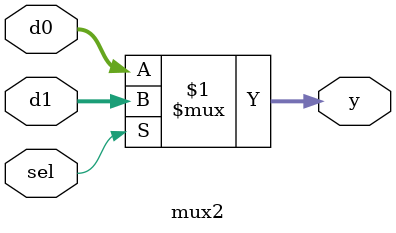
<source format=sv>
/*
 * logic_devices.sv
 * Author: David Harris
 * Updated By: Sat Garcia
 * Digital logic devices used in a 32-bit MIPS processor.
 */

/*
 * Register file module with 2 read ports and 1 write port.
 * Note that reading is asynchronous while writing is synchronous.
 * Register 0 (i.e. $zero in MIPS) is hardwired to 0 (even if you try to write
 * to it).
 */
module regfile#(parameter NUM_REG=32, WIDTH=32)
			   (input  logic        clk, 
                input  logic        we3, 
                input  logic [$clog2(NUM_REG)-1:0]  ra1, ra2, wa3, 
                input  logic [WIDTH-1:0] wd3, 
                output logic [WIDTH-1:0] rd1, rd2);

	logic [WIDTH-1:0] rf [0:NUM_REG-1];

	always_ff @(posedge clk)
	begin
		if (we3) rf[wa3] <= wd3;	
	end

	assign rd1 = (ra1 != 0) ? rf[ra1] : 0;
	assign rd2 = (ra2 != 0) ? rf[ra2] : 0;
endmodule

/*
 * Simple adder module.
 */
module adder#(parameter WIDTH=32)
			 (input  logic [WIDTH-1:0] a, b,
              output logic [WIDTH-1:0] y);

	assign y = a + b;
endmodule

/*
 * Equals module
 */
module equaler #(parameter WIDTH=32)
              (input  logic [WIDTH-1:0] a, b,
               output logic y);
  assign y = (a == b);
endmodule

/*
 * Module whose output is the result of shifting the input left by 2.
 */
module shiftleft2#(parameter WIDTH=32)
		   (input  logic [WIDTH-1:0] a,
           	output logic [WIDTH-1:0] y);

	assign y = {a[WIDTH-3:0], 2'b00};
endmodule

/*
 * Module that sign-extends a value.
 */
module signext(input  logic [15:0] a,
               output logic [31:0] y);
              
	assign y = {{16{a[15]}}, a};
endmodule

/*
 * Module for a resetable D flip-flop.
 */
module flopr #(parameter WIDTH = 8)
              (input  logic             clk, reset,
               input  logic [WIDTH-1:0] d, 
               output logic [WIDTH-1:0] q);

	always_ff @(posedge clk, posedge reset)
	begin
		if (reset) q <= 0;
		else       q <= d;
	end
endmodule

/*
 * Module for a resetable D flip-flop with an additional enable input.
 */
module flopenr #(parameter WIDTH = 8)
                (input  logic             clk, reset,
                 input  logic             en,
                 input  logic [WIDTH-1:0] d, 
                 output logic [WIDTH-1:0] q);
 
	always_ff @(posedge clk, posedge reset)
	begin
		if      (reset) q <= 0;
		else if (en)    q <= d;
	end
endmodule

/*
 * Module for a 2 input multiplexer.
 */
module mux2 #(parameter WIDTH = 8)
             (input  logic [WIDTH-1:0] d0, d1, 
              input  logic             sel, 
              output logic [WIDTH-1:0] y);

	assign y = sel ? d1 : d0; 
endmodule

</source>
